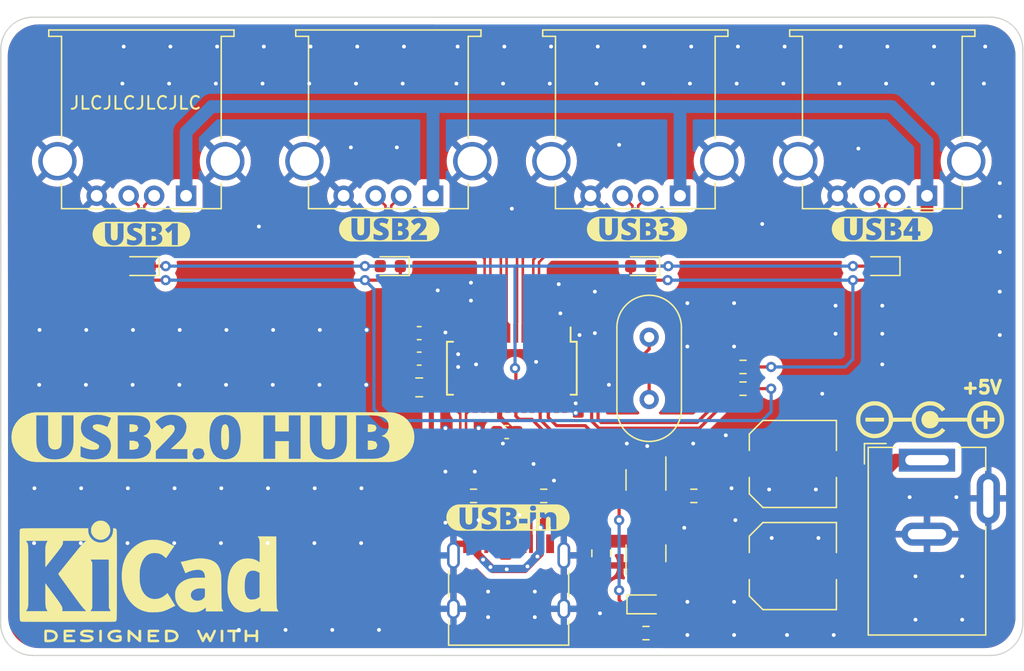
<source format=kicad_pcb>
(kicad_pcb (version 20221018) (generator pcbnew)
  (title_block (title "HUB_CH334U") (rev "v1.1"))
  (layers (0 "F.Cu" signal) (31 "B.Cu" signal) (34 "B.Paste" user) (35 "F.Paste" user) (36 "B.SilkS" user "B.Silkscreen") (37 "F.SilkS" user "F.Silkscreen") (38 "B.Mask" user) (39 "F.Mask" user) (44 "Edge.Cuts" user))
  (net 0 "")
  (net 1 "/VBUS_IN")
  (net 2 "GND")
  (net 3 "+5V")
  (net 4 "/3v3")
  (net 5 "VBUS")
  (net 6 "/LED4")
  (net 7 "Net-(D1-A)")
  (net 8 "Net-(J1-CC1)")
  (net 9 "/UP_D+")
  (net 10 "/UP_D-")
  (net 12 "Net-(J1-CC2)")
  (net 14 "/LED1")
  (net 15 "/LED2")
  (net 16 "Net-(U3-ISET)")
  (net 17 "Net-(U2-XO)")
  (net 18 "Net-(U2-XI)")
  (net 19 "/USB4_D-")
  (net 20 "/USB4_D+")
  (net 21 "/USB3_D-")
  (net 22 "/USB3_D+")
  (net 23 "/USB2_D-")
  (net 24 "/USB2_D+")
  (net 25 "/USB1_D-")
  (net 26 "/USB1_D+")
  (net 31 "/PWREN")
  (net 32 "/OVCUR")
  (net 34 "Net-(D2-A)")
  (net 35 "Net-(D4-A)")
  (footprint "Connector_USB:USB_A_Stewart_SS-52100-001_Horizontal" (layer "F.Cu") (at 172.5 93.99 180)
    (fp_text reference "J6" hide)
    (fp_text value "USB_A")
  )
  (footprint "Package_TO_SOT_SMD:SOT-23-6" (layer "F.Cu") (at 150.5 116.25 -90)
    (fp_text reference "U3" hide)
    (fp_text value "CH217K")
  )
  (footprint "Connector_USB:USB_A_Stewart_SS-52100-001_Horizontal" (layer "F.Cu") (at 133.833333 93.99 180)
    (fp_text reference "J4" hide)
    (fp_text value "USB_A")
  )
  (footprint "kibuzzard-64006489" (layer "F.Cu") (at 169 96.6)
    (fp_text reference "kibuzzard-64006489" hide)
    (fp_text value "G***" hide)
  )
  (footprint "LED_SMD:LED_0603_1608Metric" (layer "F.Cu") (at 168.9 99.5 180)
    (fp_text reference "D5" hide)
    (fp_text value "GREEN_4")
  )
  (footprint "Connector_USB:USB_C_Receptacle_HRO_TYPE-C-31-M-12" (layer "F.Cu") (at 139.75 125.295)
    (fp_text reference "J1" hide)
    (fp_text value "USB_C_Receptacle_USB2.0")
  )
  (footprint "Capacitor_SMD:C_0603_1608Metric" (layer "F.Cu") (at 132.75 106.75)
    (fp_text reference "C5" hide)
    (fp_text value "0.1uF")
  )
  (footprint "Resistor_SMD:R_0603_1608Metric" (layer "F.Cu") (at 142.5 117.5)
    (fp_text reference "R2" hide)
    (fp_text value "5.1k")
  )
  (footprint "kibuzzard-6400647B" (layer "F.Cu") (at 130.4 96.6)
    (fp_text reference "kibuzzard-6400647B" hide)
    (fp_text value "G***" hide)
  )
  (footprint "Connector_USB:USB_A_Stewart_SS-52100-001_Horizontal" (layer "F.Cu") (at 153.166666 93.99 180)
    (fp_text reference "J5" hide)
    (fp_text value "USB_A")
  )
  (footprint "LED_SMD:LED_0603_1608Metric" (layer "F.Cu") (at 150.5 126)
    (fp_text reference "D1" hide)
    (fp_text value "RED")
  )
  (footprint "kibuzzard-64006497" (layer "F.Cu") (at 139.7 119.2)
    (fp_text reference "kibuzzard-64006497" hide)
    (fp_text value "G***" hide)
  )
  (footprint "LED_SMD:LED_0603_1608Metric" (layer "F.Cu") (at 110.9 99.5 180)
    (fp_text reference "D2" hide)
    (fp_text value "GREEN_1")
  )
  (footprint "Resistor_SMD:R_0603_1608Metric" (layer "F.Cu") (at 158.1 107.4 180)
    (fp_text reference "R5" hide)
    (fp_text value "220")
  )
  (footprint "LED_SMD:LED_0603_1608Metric" (layer "F.Cu") (at 150.0875 99.5 180)
    (fp_text reference "D4" hide)
    (fp_text value "GREEN_3")
  )
  (footprint "Capacitor_SMD:C_0805_2012Metric" (layer "F.Cu") (at 132.75 109)
    (fp_text reference "C4" hide)
    (fp_text value "10uF")
  )
  (footprint "Capacitor_SMD:C_0603_1608Metric" (layer "F.Cu") (at 132.75 104.75)
    (fp_text reference "C3" hide)
    (fp_text value "1uF")
  )
  (footprint "Capacitor_SMD:C_0603_1608Metric" (layer "F.Cu") (at 139.6 112.5)
    (fp_text reference "C6" hide)
    (fp_text value "1uF")
  )
  (footprint "Capacitor_SMD:C_Elec_6.3x5.8" (layer "F.Cu") (at 162 123)
    (fp_text reference "C2" hide)
    (fp_text value "330uF")
  )
  (footprint "Resistor_SMD:R_0603_1608Metric" (layer "F.Cu") (at 158.1 109.1 180)
    (fp_text reference "R4" hide)
    (fp_text value "220")
  )
  (footprint "LOGO" (layer "F.Cu") (at 172.8 111.6)
    (fp_text reference "G***" hide)
    (fp_text value "LOGO" hide)
  )
  (footprint "kibuzzard-64006469" (layer "F.Cu") (at 111 97)
    (fp_text reference "kibuzzard-64006469" hide)
    (fp_text value "G***" hide)
  )
  (footprint "kibuzzard-640064AB" (layer "F.Cu") (at 116.6 112.9)
    (fp_text reference "kibuzzard-640064AB" hide)
    (fp_text value "G***" hide)
  )
  (footprint "Crystal:Crystal_HC49-4H_Vertical" (layer "F.Cu") (at 150.75 109.95 90)
    (fp_text reference "Y1" hide)
    (fp_text value "12MHz")
  )
  (footprint "Capacitor_SMD:C_Elec_6.3x5.8" (layer "F.Cu") (at 162 115)
    (fp_text reference "C7" hide)
    (fp_text value "330uF")
  )
  (footprint "Capacitor_SMD:C_0805_2012Metric" (layer "F.Cu") (at 147 122 -90)
    (fp_text reference "C1" hide)
    (fp_text value "10uF")
  )
  (footprint "Symbol:KiCad-Logo2_8mm_SilkScreen" (layer "F.Cu") (at 111.590107 123.376424)
    (fp_text reference "REF**" hide)
    (fp_text value "KiCad-Logo2_8mm_SilkScreen" hide)
  )
  (footprint "Connector_USB:USB_A_Stewart_SS-52100-001_Horizontal" (layer "F.Cu") (at 114.5 93.99 180)
    (fp_text reference "J3" hide)
    (fp_text value "USB_A")
  )
  (footprint "Connector_BarrelJack:BarrelJack_Wuerth_6941xx301002" (layer "F.Cu") (at 172.5 114.7)
    (fp_text reference "J2" hide)
    (fp_text value "Barrel_Jack_Switch")
  )
  (footprint "LED_SMD:LED_0603_1608Metric" (layer "F.Cu") (at 130.4875 99.5 180)
    (fp_text reference "D3" hide)
    (fp_text value "GREEN_2")
  )
  (footprint "Package_SO:SSOP-28_3.9x9.9mm_P0.635mm" (layer "F.Cu") (at 140 107.5 -90)
    (fp_text reference "U2" hide)
    (fp_text value "CH334U")
  )
  (footprint "kibuzzard-64006482" (layer "F.Cu") (at 149.8 96.6)
    (fp_text reference "kibuzzard-64006482" hide)
    (fp_text value "G***" hide)
  )
  (footprint "Resistor_SMD:R_0603_1608Metric" (layer "F.Cu") (at 154.25 117.5 180)
    (fp_text reference "R6" hide)
    (fp_text value "47k")
  )
  (footprint "Resistor_SMD:R_0603_1608Metric" (layer "F.Cu") (at 137 117.5 180)
    (fp_text reference "R1" hide)
    (fp_text value "5.1k")
  )
  (footprint "Resistor_SMD:R_0603_1608Metric" (layer "F.Cu") (at 150.5 128.25 180)
    (fp_text reference "R3" hide)
    (fp_text value "470")
  )
  (footprint "Package_TO_SOT_SMD:SOT-23" (layer "F.Cu") (at 150.5 122 90)
    (fp_text reference "U1" hide)
    (fp_text value "CH213K")
  )
  (gr_arc (start 180 127.5) (mid 179.267767 129.267767) (end 177.5 130) (stroke (width 0.1)) (layer "Edge.Cuts"))
  (gr_arc (start 100 82.5) (mid 100.732233 80.732233) (end 102.5 80) (stroke (width 0.1)) (layer "Edge.Cuts"))
  (gr_line (start 102.5 80) (end 177.5 80) (stroke (width 0.1)) (layer "Edge.Cuts"))
  (gr_line (start 177.5 130) (end 102.5 130) (stroke (width 0.1)) (layer "Edge.Cuts"))
  (gr_line (start 180 82.5) (end 180 127.5) (stroke (width 0.1)) (layer "Edge.Cuts"))
  (gr_line (start 99.9822 127.482233) (end 100 82.5) (stroke (width 0.1)) (layer "Edge.Cuts"))
  (gr_arc (start 102.5 130) (mid 100.719658 129.262565) (end 99.9822 127.482233) (stroke (width 0.1)) (layer "Edge.Cuts"))
  (gr_arc (start 177.5 80) (mid 179.267767 80.732233) (end 180 82.5) (stroke (width 0.1)) (layer "Edge.Cuts"))
  (gr_text "JLCJLCJLCJLC" (at 105.3 87.3) (layer "F.SilkS") (effects (font (size 1 1)) (justify left bottom)))
  (gr_text "+5V" (at 176.8 109) (layer "F.SilkS") (effects (font (size 1 1) (thickness 0.25))))
  (segment (start 146.5 119.25) (end 147 119.75) (width 1) (layer "F.Cu") (net 1))
  (segment (start 137.3 121.25) (end 137.3 122.038984) (width 0.6) (layer "F.Cu") (net 1))
  (segment (start 141 123.25) (end 141.5 122.75) (width 0.6) (layer "F.Cu") (net 1))
  (segment (start 139.6 123.25) (end 138.5 123.25) (width 0.6) (layer "F.Cu") (net 1))
  (segment (start 145.157538 113.8) (end 146.4 115.042462) (width 0.4) (layer "F.Cu") (net 1))
  (segment (start 139.065 111.365) (end 140.2 112.5) (width 0.4) (layer "F.Cu") (net 1))
  (segment (start 137.3 122.038984) (end 137.75 122.488984) (width 0.6) (layer "F.Cu") (net 1))
  (segment (start 147 121.05) (end 150.4875 121.05) (width 1) (layer "F.Cu") (net 1))
  (segment (start 140.2 112.5) (end 140.375 112.5) (width 0.4) (layer "F.Cu") (net 1))
  (segment (start 137.75 122.488984) (end 137.75 122.5) (width 0.4) (layer "F.Cu") (net 1))
  (segment (start 145 119.25) (end 146.5 119.25) (width 1) (layer "F.Cu") (net 1))
  (segment (start 139.6 123.25) (end 141 123.25) (width 0.6) (layer "F.Cu") (net 1))
  (segment (start 146.4 119.15) (end 146.5 119.25) (width 0.4) (layer "F.Cu") (net 1))
  (segment (start 139.0475 111.365) (end 139.065 111.365) (width 0.4) (layer "F.Cu") (net 1))
  (segment (start 138.5 123.25) (end 137.75 122.5) (width 0.6) (layer "F.Cu") (net 1))
  (segment (start 142.2 121.25) (end 142.2 120.05) (width 0.6) (layer "F.Cu") (net 1))
  (segment (start 146.4 115.042462) (end 146.4 119.15) (width 0.4) (layer "F.Cu") (net 1))
  (segment (start 139.0475 110.1) (end 139.0475 111.365) (width 0.4) (layer "F.Cu") (net 1))
  (segment (start 143 119.25) (end 145 119.25) (width 1) (layer "F.Cu") (net 1))
  (segment (start 150.4875 121.05) (end 150.5 121.0625) (width 1) (layer "F.Cu") (net 1))
  (segment (start 141.5 122.738984) (end 142.2 122.038984) (width 0.6) (layer "F.Cu") (net 1))
  (segment (start 147 119.75) (end 147 121.05) (width 1) (layer "F.Cu") (net 1))
  (segment (start 140.375 112.5) (end 141.6 112.5) (width 0.4) (layer "F.Cu") (net 1))
  (segment (start 142.2 122.038984) (end 142.2 121.25) (width 0.6) (layer "F.Cu") (net 1))
  (segment (start 142.9 113.8) (end 145.157538 113.8) (width 0.4) (layer "F.Cu") (net 1))
  (segment (start 141.6 112.5) (end 142.9 113.8) (width 0.4) (layer "F.Cu") (net 1))
  (segment (start 142.5 119.75) (end 143 119.25) (width 1) (layer "F.Cu") (net 1))
  (segment (start 142.2 120.05) (end 142.5 119.75) (width 0.6) (layer "F.Cu") (net 1))
  (via (at 142.25 120) (size 0.5) (drill 0.3) (layers "F.Cu" "B.Cu") (net 1))
  (via (at 139.6 123.25) (size 0.5) (drill 0.3) (layers "F.Cu" "B.Cu") (net 1))
  (via (at 137.75 122.5) (size 0.5) (drill 0.3) (layers "F.Cu" "B.Cu") (net 1))
  (via (at 138.325 123.075) (size 0.5) (drill 0.3) (layers "F.Cu" "B.Cu") (net 1))
  (via (at 142 122.25) (size 0.5) (drill 0.3) (layers "F.Cu" "B.Cu") (net 1))
  (via (at 141.225 123.025) (size 0.5) (drill 0.3) (layers "F.Cu" "B.Cu") (net 1))
  (segment (start 141.765 122.435) (end 141.765 122.332563) (width 0.6) (layer "B.Cu") (net 1))
  (segment (start 141.765 122.332563) (end 142.25 121.847563) (width 0.6) (layer "B.Cu") (net 1))
  (segment (start 138.401219 123.2) (end 141 123.2) (width 0.6) (layer "B.Cu") (net 1))
  (segment (start 137.735 122.533781) (end 138.401219 123.2) (width 0.6) (layer "B.Cu") (net 1))
  (segment (start 141 123.2) (end 141.765 122.435) (width 0.6) (layer "B.Cu") (net 1))
  (segment (start 142.25 121.847563) (end 142.25 120) (width 0.6) (layer "B.Cu") (net 1))
  (segment (start 144.5275 110.5275) (end 145 111) (width 0.25) (layer "F.Cu") (net 2))
  (segment (start 138.825 112.925) (end 139.3 113.4) (width 0.25) (layer "F.Cu") (net 2))
  (segment (start 138.825 112.625) (end 139.8 113.6) (width 0.5) (layer "F.Cu") (net 2))
  (segment (start 144.1275 103.5275) (end 143.8 103.2) (width 0.25) (layer "F.Cu") (net 2))
  (segment (start 131.8 104.925) (end 131.975 104.75) (width 0.25) (layer "F.Cu") (net 2))
  (segment (start 137.7 112.5) (end 137.4 112.2) (width 0.25) (layer "F.Cu") (net 2))
  (segment (start 144.1275 110.1) (end 144.1275 110.5275) (width 0.25) (layer "F.Cu") (net 2))
  (segment (start 144.1275 104.9) (end 145.3 104.9) (width 0.25) (layer "F.Cu") (net 2))
  (segment (start 144.1275 110.1) (end 144.85 110.1) (width 0.25) (layer "F.Cu") (net 2))
  (segment (start 144.85 110.1) (end 145 110.25) (width 0.25) (layer "F.Cu") (net 2))
  (segment (start 138.825 112.5) (end 138.825 112.625) (width 0.25) (layer "F.Cu") (net 2))
  (segment (start 138.825 112.5) (end 137.7 112.5) (width 0.25) (layer "F.Cu") (net 2))
  (segment (start 150.5 115.1125) (end 150.5 113.5) (width 0.25) (layer "F.Cu") (net 2))
  (segment (start 138.825 112.625) (end 138.825 112.925) (width 0.25) (layer "F.Cu") (net 2))
  (segment (start 137.1425 102.9425) (end 137 102.8) (width 0.25) (layer "F.Cu") (net 2))
  (segment (start 144.1275 110.5275) (end 144.5275 110.5275) (width 0.25) (layer "F.Cu") (net 2))
  (segment (start 137.1425 104.9) (end 137.1425 102.9425) (width 0.25) (layer "F.Cu") (net 2))
  (segment (start 143.325 117.5) (end 143.325 116.325) (width 0.25) (layer "F.Cu") (net 2))
  (segment (start 144.1275 104.9) (end 144.1275 103.5275) (width 0.25) (layer "F.Cu") (net 2))
  (segment (start 131.8 109) (end 131.8 104.925) (width 0.25) (layer "F.Cu") (net 2))
  (via (at 140 95) (size 0.5) (drill 0.3) (layers "F.Cu" "B.Cu") (net 2))
  (via (at 140.6 119) (size 0.5) (drill 0.3) (layers "F.Cu" "B.Cu") (net 2))
  (via (at 137.4 112.2) (size 0.5) (drill 0.3) (layers "F.Cu" "B.Cu") (net 2))
  (via (at 135.757148 82.3) (size 0.5) (drill 0.3) (layers "F.Cu" "B.Cu") (net 2))
  (via (at 154.2 113.4) (size 0.5) (drill 0.3) (layers "F.Cu" "B.Cu") (net 2))
  (via (at 134.8 119.6) (size 0.5) (drill 0.3) (layers "F.Cu" "B.Cu") (net 2))
  (via (at 124.942852 108.8) (size 0.5) (drill 0.3) (layers "F.Cu" "B.Cu") (net 2))
  (via (at 136.8 102.2) (size 0.5) (drill 0.3) (layers "F.Cu" "B.Cu") (net 2))
  (via (at 178.2 93) (size 0.5) (drill 0.3) (layers "F.Cu" "B.Cu") (net 2))
  (via (at 149 113.4) (size 0.5) (drill 0.3) (layers "F.Cu" "B.Cu") (net 2))
  (via (at 143.3 116.3) (size 0.5) (drill 0.3) (layers "F.Cu" "B.Cu") (net 2))
  (via (at 169 102.6) (size 0.5) (drill 0.3) (layers "F.Cu" "B.Cu") (net 2))
  (via (at 109.914284 121.2) (size 0.5) (drill 0.3) (layers "F.Cu" "B.Cu") (net 2))
  (via (at 138.142852 127) (size 0.5) (drill 0.3) (layers "F.Cu" "B.Cu") (net 2))
  (via (at 143.670935 100.916818) (size 0.5) (drill 0.3) (layers "F.Cu" "B.Cu") (net 2))
  (via (at 138.142852 125) (size 0.5) (drill 0.3) (layers "F.Cu" "B.Cu") (net 2))
  (via (at 106.657142 108.8) (size 0.5) (drill 0.3) (layers "F.Cu" "B.Cu") (net 2))
  (via (at 176.957148 85.2) (size 0.5) (drill 0.3) (layers "F.Cu" "B.Cu") (net 2))
  (via (at 124.571426 116.9) (size 0.5) (drill 0.3) (layers "F.Cu" "B.Cu") (net 2))
  (via (at 146.9 126.7) (size 0.5) (drill 0.3) (layers "F.Cu" "B.Cu") (net 2))
  (via (at 178.2 104.9) (size 0.5) (drill 0.3) (layers "F.Cu" "B.Cu") (net 2))
  (via (at 124.142858 85.2) (size 0.5) (drill 0.3) (layers "F.Cu" "B.Cu") (net 2))
  (via (at 137.4 119.4) (size 0.5) (drill 0.3) (layers "F.Cu" "B.Cu") (net 2))
  (via (at 164.3 109.5) (size 0.5) (drill 0.3) (layers "F.Cu" "B.Cu") (net 2))
  (via (at 131.557148 82.3) (size 0.5) (drill 0.3) (layers "F.Cu" "B.Cu") (net 2))
  (via (at 135.657148 85.2) (size 0.5) (drill 0.3) (layers "F.Cu" "B.Cu") (net 2))
  (via (at 146.628574 85.2) (size 0.5) (drill 0.3) (layers "F.Cu" "B.Cu") (net 2))
  (via (at 153.742852 125.8) (size 0.5) (drill 0.3) (layers "F.Cu" "B.Cu") (net 2))
  (via (at 146.5 101.5) (size 0.5) (drill 0.3) (layers "F.Cu" "B.Cu") (net 2))
  (via (at 124.971426 104.5) (size 0.5) (drill 0.3) (layers "F.Cu" "B.Cu") (net 2))
  (via (at 172.957148 85.2) (size 0.5) (drill 0.3) (layers "F.Cu" "B.Cu") (net 2))
  (via (at 116.928574 82.3) (size 0.5) (drill 0.3) (layers "F.Cu" "B.Cu") (net 2))
  (via (at 150.285716 85.2) (size 0.5) (drill 0.3) (layers "F.Cu" "B.Cu") (net 2))
  (via (at 157.5 119.4) (size 0.5) (drill 0.3) (layers "F.Cu" "B.Cu") (net 2))
  (via (at 134.8 115.6) (size 0.5) (drill 0.3) (layers "F.Cu" "B.Cu") (net 2))
  (via (at 157.2 116.9) (size 0.5) (drill 0.3) (layers "F.Cu" "B.Cu") (net 2))
  (via (at 117.628568 108.8) (size 0.5) (drill 0.3) (layers "F.Cu" "B.Cu") (net 2))
  (via (at 153.742852 128.4) (size 0.5) (drill 0.3) (layers "F.Cu" "B.Cu") (net 2))
  (via (at 117.257142 116.9) (size 0.5) (drill 0.3) (layers "F.Cu" "B.Cu") (net 2))
  (via (at 124.242858 82.3) (size 0.5) (drill 0.3) (layers "F.Cu" "B.Cu") (net 2))
  (via (at 127.4 90.2) (size 0.5) (drill 0.3) (layers "F.Cu" "B.Cu") (net 2))
  (via (at 127.9 82.3) (size 0.5) (drill 0.3) (layers "F.Cu" "B.Cu") (net 2))
  (via (at 106.685716 104.5) (size 0.5) (drill 0.3) (layers "F.Cu" "B.Cu") (net 2))
  (via (at 169.3 85.2) (size 0.5) (drill 0.3) (layers "F.Cu" "B.Cu") (net 2))
  (via (at 116.828574 85.2) (size 0.5) (drill 0.3) (layers "F.Cu" "B.Cu") (net 2))
  (via (at 165.742858 82.3) (size 0.5) (drill 0.3) (layers "F.Cu" "B.Cu") (net 2))
  (via (at 161.542852 128.4) (size 0.5) (drill 0.3) (layers "F.Cu" "B.Cu") (net 2))
  (via (at 157.4 125.8) (size 0.5) (drill 0.3) (layers "F.Cu" "B.Cu") (net 2))
  (via (at 103.028574 104.5) (size 0.5) (drill 0.3) (layers "F.Cu" "B.Cu") (net 2))
  (via (at 157.4 102.4) (size 0.5) (drill 0.3) (layers "F.Cu" "B.Cu") (net 2))
  (via (at 141.7 115) (size 0.5) (drill 0.3) (layers "F.Cu" "B.Cu") (net 2))
  (via (at 139.3 113.4) (size 0.5) (drill 0.3) (layers "F.Cu" "B.Cu") (net 2))
  (via (at 145 110.25) (size 0.5) (drill 0.3) (layers "F.Cu" "B.Cu") (net 2))
  (via (at 165.642858 85.2) (size 0.5) (drill 0.3) (layers "F.Cu" "B.Cu") (net 2))
  (via (at 175.257148 123.8) (size 0.5) (drill 0.3) (layers "F.Cu" "B.Cu") (net 2))
  (via (at 134.8 112.2) (size 0.5) (drill 0.3) (layers "F.Cu" "B.Cu") (net 2))
  (via (at 127.8 85.2) (size 0.5) (drill 0.3) (layers "F.Cu" "B.Cu") (net 2))
  (via (at 139.31429 85.2) (size 0.5) (drill 0.3) (layers "F.Cu" "B.Cu") (net 2))
  (via (at 165.342852 104.8) (size 0.5) (drill 0.3) (layers "F.Cu" "B.Cu") (net 2))
  (via (at 157.4 128.4) (size 0.5) (drill 0.3) (layers "F.Cu" "B.Cu") (net 2))
  (via (at 157.6 85.2) (size 0.5) (drill 0.3) (layers "F.Cu" "B.Cu") (net 2))
  (via (at 102.628574 116.9) (size 0.5) (drill 0.3) (layers "F.Cu" "B.Cu") (net 2))
  (via (at 169 104.8) (size 0.5) (drill 0.3) (layers "F.Cu" "B.Cu") (net 2))
  (via (at 159.6 96.2) (size 0.5) (drill 0.3) (layers "F.Cu" "B.Cu") (net 2))
  (via (at 141.8 125) (size 0.5) (drill 0.3) (layers "F.Cu" "B.Cu") (net 2))
  (via (at 128.6 108.8) (size 0.5) (drill 0.3) (layers "F.Cu" "B.Cu") (net 2))
  (via (at 106.257142 121.2) (size 0.5) (drill 0.3) (layers "F.Cu" "B.Cu") (net 2))
  (via (at 145 111) (size 0.5) (drill 0.3) (layers "F.Cu" "B.Cu") (net 2))
  (via (at 154.042858 82.3) (size 0.5) (drill 0.3) (layers "F.Cu" "B.Cu") (net 2))
  (via (at 157.4 105.8) (size 0.5) (drill 0.3) (layers "F.Cu" "B.Cu") (net 2))
  (via (at 169.4 82.3) (size 0.5) (drill 0.3) (layers "F.Cu" "B.Cu") (net 2))
  (via (at 131 90.2) (size 0.5) (drill 0.3) (layers "F.Cu" "B.Cu") (net 2))
  (via (at 110.314284 108.8) (size 0.5) (drill 0.3) (layers "F.Cu" "B.Cu") (net 2))
  (via (at 131.457148 85.2) (size 0.5) (drill 0.3) (layers "F.Cu" "B.Cu") (net 2))
  (via (at 141.9 107) (size 0.5) (drill 0.3) (layers "F.Cu" "B.Cu") (net 2))
  (via (at 160.342852 120.8) (size 0.5) (drill 0.3) (layers "F.Cu" "B.Cu") (net 2))
  (via (at 163.8 117) (size 0.5) (drill 0.3) (layers "F.Cu" "B.Cu") (net 2))
  (via (at 128.2 121.2) (size 0.5) (drill 0.3) (layers "F.Cu" "B.Cu") (net 2))
  (via (at 137.2 107.2) (size 0.5) (drill 0.3) (layers "F.Cu" "B.Cu") (net 2))
  (via (at 143.8 103.2) (size 0.5) (drill 0.3) (layers "F.Cu" "B.Cu") (net 2))
  (via (at 135.8 106.4) (size 0.5) (drill 0.3) (layers "F.Cu" "B.Cu") (net 2))
  (via (at 175.257148 127.2) (size 0.5) (drill 0.3) (layers "F.Cu" "B.Cu") (net 2))
  (via (at 146.728574 82.3) (size 0.5) (drill 0.3) (layers "F.Cu" "B.Cu") (net 2))
  (via (at 157.7 82.3) (size 0.5) (drill 0.3) (layers "F.Cu" "B.Cu") (net 2))
  (via (at 117.657142 104.5) (size 0.5) (drill 0.3) (layers "F.Cu" "B.Cu") (net 2))
  (via (at 113.971426 108.8) (size 0.5) (drill 0.3) (layers "F.Cu" "B.Cu") (net 2))
  (via (at 113.6 116.9) (size 0.5) (drill 0.3) (layers "F.Cu" "B.Cu") (net 2))
  (via (at 128.228574 116.9) (size 0.5) (drill 0.3) (layers "F.Cu" "B.Cu") (net 2))
  (via (at 171.6 127.2) (size 0.5) (drill 0.3) (layers "F.Cu" "B.Cu") (net 2))
  (via (at 153.5 120) (size 0.5) (drill 0.3) (layers "F.Cu" "B.Cu") (net 2))
  (via (at 110.342858 104.5) (size 0.5) (drill 0.3) (layers "F.Cu" "B.Cu") (net 2))
  (via (at 173.057148 82.3) (size 0.5) (drill 0.3) (layers "F.Cu" "B.Cu") (net 2))
  (via (at 113.171432 85.2) (size 0.5) (drill 0.3) (layers "F.Cu" "B.Cu") (net 2))
  (via (at 171.6 123.8) (size 0.5) (drill 0.3) (layers "F.Cu" "B.Cu") (net 2))
  (via (at 161.357148 82.3) (size 0.5) (drill 0.3) (layers "F.Cu" "B.Cu") (net 2))
  (via (at 153.942858 85.2) (size 0.5) (drill 0.3) (layers "F.Cu" "B.Cu") (net 2))
  (via (at 121.28571 108.8) (size 0.5) (drill 0.3) (layers "F.Cu" "B.Cu") (net 2))
  (via (at 122.28571 128) (size 0.5) (drill 0.3) (layers "F.Cu" "B.Cu") (net 2))
  (via (at 165.2 128.4) (size 0.5) (drill 0.3) (layers "F.Cu" "B.Cu") (net 2))
  (via (at 164 120.8) (size 0.5) (drill 0.3) (layers "F.Cu" "B.Cu") (net 2))
  (via (at 147.6 108.8) (size 0.5) (drill 0.3) (layers "F.Cu" "B.Cu") (net 2))
  (via (at 120.485716 85.2) (size 0.5) (drill 0.3) (layers "F.Cu" "B.Cu") (net 2))
  (via (at 174.8 117.6) (size 0.5) (drill 0.3) (layers "F.Cu" "B.Cu") (net 2))
  (via (at 153.742852 105.8) (size 0.5) (drill 0.3) (layers "F.Cu" "B.Cu") (net 2))
  (via (at 128.628574 104.5) (size 0.5) (drill 0.3) (layers "F.Cu" "B.Cu") (net 2))
  (via (at 178.2 101.5) (size 0.5) (drill 0.3) (layers "F.Cu" "B.Cu") (net 2))
  (via (at 146.5 104.75) (size 0.5) (drill 0.3) (layers "F.Cu" "B.Cu") (net 2))
  (via (at 165.342852 102.6) (size 0.5) (drill 0.3) (layers "F.Cu" "B.Cu") (net 2))
  (via (at 136.8 100.8) (size 0.5) (drill 0.3) (layers "F.Cu" "B.Cu") (net 2))
  (via (at 124.542852 121.2) (size 0.5) (drill 0.3) (layers "F.Cu" "B.Cu") (net 2))
  (via (at 120.914284 116.9) (size 0.5) (drill 0.3) (layers "F.Cu" "B.Cu") (net 2))
  (via (at 142.971432 85.2) (size 0.5) (drill 0.3) (layers "F.Cu" "B.Cu") (net 2))
  (via (at 156.75 112.75) (size 0.5) (drill 0.3) (layers "F.Cu" "B.Cu") (net 2))
  (via (at 113.271432 82.3) (size 0.5) (drill 0.3) (layers "F.Cu" "B.Cu") (net 2))
  (via (at 150.6 113.6) (size 0.5) (drill 0.3) (layers "F.Cu" "B.Cu") (net 2))
  (via (at 139.41429 82.3) (size 0.5) (drill 0.3) (layers "F.Cu" "B.Cu") (net 2))
  (via (at 134.2 101.4) (size 0.5) (drill 0.3) (layers "F.Cu" "B.Cu") (net 2))
  (via (at 114 104.5) (size 0.5) (drill 0.3) (layers "F.Cu" "B.Cu") (net 2))
  (via (at 129.6 128) (size 0.5) (drill 0.3) (layers "F.Cu" "B.Cu") (net 2))
  (via (at 141.8 127) (size 0.5) (drill 0.3) (layers "F.Cu" "B.Cu") (net 2))
  (via (at 143.071432 82.3) (size 0.5) (drill 0.3) (layers "F.Cu" "B.Cu") (net 2))
  (via (at 125.942852 128) (size 0.5) (drill 0.3) (layers "F.Cu" "B.Cu") (net 2))
  (via (at 177.057148 82.3) (size 0.5) (drill 0.3) (layers "F.Cu" "B.Cu") (net 2))
  (via (at 121.314284 104.5) (size 0.5) (drill 0.3) (layers "F.Cu" "B.Cu") (net 2))
  (via (at 109.51429 85.2) (size 0.5) (drill 0.3) (layers "F.Cu" "B.Cu") (net 2))
  (via (at 150.385716 82.3) (size 0.5) (drill 0.3) (layers "F.Cu" "B.Cu") (net 2))
  (via (at 109.61429 82.3) (size 0.5) (drill 0.3) (layers "F.Cu" "B.Cu") (net 2))
  (via (at 171.142852 117.6) (size 0.5) (drill 0.3) (layers "F.Cu" "B.Cu") (net 2))
  (via (at 109.942858 116.9) (size 0.5) (drill 0.3) (layers "F.Cu" "B.Cu") (net 2))
  (via (at 118.628568 128) (size 0.5) (drill 0.3) (layers "F.Cu" "B.Cu") (net 2))
  (via (at 102.6 121.2) (size 0.5) (drill 0.3) (layers "F.Cu" "B.Cu") (net 2))
  (via (at 134.8 104.7) (size 0.5) (drill 0.3) (layers "F.Cu" "B.Cu") (net 2))
  (via (at 135.8 107.4) (size 0.5) (drill 0.3) (layers "F.Cu" "B.Cu") (net 2))
  (via (at 148.4 90) (size 0.5) (drill 0.3) (layers "F.Cu" "B.Cu") (net 2))
  (via (at 103 108.8) (size 0.5) (drill 0.3) (layers "F.Cu" "B.Cu") (net 2))
  (via (at 160.142852 117) (size 0.5) (drill 0.3) (layers "F.Cu" "B.Cu") (net 2))
  (via (at 120.88571 121.2) (size 0.5) (drill 0.3) (layers "F.Cu" "B.Cu") (net 2))
  (via (at 117.228568 121.2) (size 0.5) (drill 0.3) (layers "F.Cu" "B.Cu") (net 2))
  (via (at 113.571426 121.2) (size 0.5) (drill 0.3) (layers "F.Cu" "B.Cu") (net 2))
  (via (at 178.2 98.4) (size 0.5) (drill 0.3) (layers "F.Cu" "B.Cu") (net 2))
  (via (at 178.2 95.6) (size 0.5) (drill 0.3) (layers "F.Cu" "B.Cu") (net 2))
  (via (at 120.2 96.4) (size 0.5) (drill 0.3) (layers "F.Cu" "B.Cu") (net 2))
  (via (at 145.3 104.9) (size 0.5) (drill 0.3) (layers "F.Cu" "B.Cu") (net 2))
  (via (at 153.742852 102.4) (size 0.5) (drill 0.3) (layers "F.Cu" "B.Cu") (net 2))
  (via (at 137.1 115.6) (size 0.5) (drill 0.3) (layers "F.Cu" "B.Cu") (net 2))
  (via (at 167.127077 90.29192) (size 0.5) (drill 0.3) (layers "F.Cu" "B.Cu") (net 2))
  (via (at 120.585716 82.3) (size 0.5) (drill 0.3) (layers "F.Cu" "B.Cu") (net 2))
  (via (at 106.285716 116.9) (size 0.5) (drill 0.3) (layers "F.Cu" "B.Cu") (net 2))
  (via (at 169 107.2) (size 0.5) (drill 0.3) (layers "F.Cu" "B.Cu") (net 2))
  (via (at 161.257148 85.2) (size 0.5) (drill 0.3) (layers "F.Cu" "B.Cu") (net 2))
  (segment (start 151.75 122.6375) (end 151.75 117.25) (width 1) (layer "F.Cu") (net 3))
  (segment (start 161.5 125.5) (end 166.25 125.5) (width 1) (layer "F.Cu") (net 3))
  (segment (start 158.9375 122.9375) (end 161.5 125.5) (width 1) (layer "F.Cu") (net 3))
  (segment (start 170.05 114.7) (end 172.5 114.7) (width 1) (layer "F.Cu") (net 3))
  (segment (start 168.75 116) (end 170.05 114.7) (width 1) (layer "F.Cu") (net 3))
  (segment (start 151.45 122.9375) (end 158.9375 122.9375) (width 1) (layer "F.Cu") (net 3))
  (segment (start 166.25 125.5) (end 168.75 123) (width 1) (layer "F.Cu") (net 3))
  (segment (start 168.75 123) (end 168.75 116) (width 1) (layer "F.Cu") (net 3))
  (segment (start 139 108.5) (end 139.6825 109.1825) (width 0.4) (layer "F.Cu") (net 4))
  (segment (start 133.7 109) (end 133.7 103.8) (width 0.4) (layer "F.Cu") (net 4))
  (segment (start 134.25 103.25) (end 136 103.25) (width 0.4) (layer "F.Cu") (net 4))
  (segment (start 136.5075 103.7575) (end 136.5075 104.9) (width 0.4) (layer "F.Cu") (net 4))
  (segment (start 133.7 109) (end 134.2 108.5) (width 0.4) (layer "F.Cu") (net 4))
  (segment (start 134.5 128.5) (end 149.75 128.5) (width 0.4) (layer "F.Cu") (net 4))
  (segment (start 136 103.25) (end 136.5075 103.7575) (width 0.4) (layer "F.Cu") (net 4))
  (segment (start 133.7 103.8) (end 134.25 103.25) (width 0.4) (layer "F.Cu") (net 4))
  (segment (start 133.7 109) (end 133.7 127.7) (width 0.4) (layer "F.Cu") (net 4))
  (segment (start 134.2 108.5) (end 139 108.5) (width 0.4) (layer "F.Cu") (net 4))
  (segment (start 133.7 127.7) (end 134.5 128.5) (width 0.4) (layer "F.Cu") (net 4))
  (segment (start 139.6825 109.1825) (end 139.6825 110.1) (width 0.4) (layer "F.Cu") (net 4))
  (segment (start 159.74375 115.1125) (end 162.60625 112.25) (width 1) (layer "F.Cu") (net 5))
  (segment (start 170.5 112.25) (end 172.5 110.25) (width 1) (layer "F.Cu") (net 5))
  (segment (start 159.35 115.1125) (end 159.4625 115) (width 0.25) (layer "F.Cu") (net 5))
  (segment (start 162.60625 112.25) (end 170.5 112.25) (width 1) (layer "F.Cu") (net 5))
  (segment (start 159.35 115.1125) (end 159.74375 115.1125) (width 1) (layer "F.Cu") (net 5))
  (segment (start 172.5 110.25) (end 172.5 93.99) (width 1) (layer "F.Cu") (net 5))
  (segment (start 151.8 115.1125) (end 159.35 115.1125) (width 1) (layer "F.Cu") (net 5))
  (segment (start 134 87) (end 116.5 87) (width 1) (layer "B.Cu") (net 5))
  (segment (start 153.25 87) (end 134 87) (width 1) (layer "B.Cu") (net 5))
  (segment (start 172.5 89.75) (end 169.75 87) (width 1) (layer "B.Cu") (net 5))
  (segment (start 114.5 89) (end 114.5 93.99) (width 1) (layer "B.Cu") (net 5))
  (segment (start 133.833333 87.166667) (end 134 87) (width 0.25) (layer "B.Cu") (net 5))
  (segment (start 116.5 87) (end 114.5 89) (width 1) (layer "B.Cu") (net 5))
  (segment (start 169.75 87) (end 153.25 87) (width 1) (layer "B.Cu") (net 5))
  (segment (start 172.5 93.99) (end 172.5 89.75) (width 1) (layer "B.Cu") (net 5))
  (segment (start 153.25 87) (end 153.166666 87.083334) (width 1) (layer "B.Cu") (net 5))
  (segment (start 133.833333 93.99) (end 133.833333 87.166667) (width 1) (layer "B.Cu") (net 5))
  (segment (start 153.166666 87.083334) (end 153.166666 93.99) (width 1) (layer "B.Cu") (net 5))
  (segment (start 145.2 113.1) (end 148.4 116.3) (width 0.25) (layer "F.Cu") (net 6))
  (segment (start 152.25 99.5) (end 150.875 99.5) (width 0.25) (layer "F.Cu") (net 6))
  (segment (start 140.25 107.5) (end 140.3175 107.5675) (width 0.25) (layer "F.Cu") (net 6))
  (segment (start 166.7 99.5) (end 168.1125 99.5) (width 0.25) (layer "F.Cu") (net 6))
  (segment (start 140.3175 110.25) (end 140.3175 111.25) (width 0.25) (layer "F.Cu") (net 6))
  (segment (start 141.563604 111.5) (end 143.163604 113.1) (width 0.25) (layer "F.Cu") (net 6))
  (segment (start 148.4 125.65) (end 148.75 126) (width 0.25) (layer "F.Cu") (net 6))
  (segment (start 140.5675 111.5) (end 141.563604 111.5) (width 0.25) (layer "F.Cu") (net 6))
  (segment (start 148.4 116.3) (end 148.4 119.4) (width 0.25) (layer "F.Cu") (net 6))
  (segment (start 128.5 99.5) (end 129.7 99.5) (width 0.25) (layer "F.Cu") (net 6))
  (segment (start 140.3175 111.25) (end 140.5675 111.5) (width 0.25) (layer "F.Cu") (net 6))
  (segment (start 148.75 126) (end 149.7125 126) (width 0.25) (layer "F.Cu") (net 6))
  (segment (start 143.163604 113.1) (end 145.2 113.1) (width 0.25) (layer "F.Cu") (net 6))
  (segment (start 140.3175 107.5675) (end 140.3175 110.1) (width 0.25) (layer "F.Cu") (net 6))
  (segment (start 112.9 99.5) (end 111.6875 99.5) (width 0.25) (layer "F.Cu") (net 6))
  (segment (start 148.4 124.9) (end 148.4 125.65) (width 0.25) (layer "F.Cu") (net 6))
  (via (at 166.7 99.5) (size 0.8) (drill 0.4) (layers "F.Cu" "B.Cu") (net 6))
  (via (at 148.4 124.9) (size 0.8) (drill 0.4) (layers "F.Cu" "B.Cu") (net 6))
  (via (at 128.5 99.5) (size 0.8) (drill 0.4) (layers "F.Cu" "B.Cu") (net 6))
  (via (at 148.4 119.4) (size 0.8) (drill 0.4) (layers "F.Cu" "B.Cu") (net 6))
  (via (at 112.9 99.5) (size 0.8) (drill 0.4) (layers "F.Cu" "B.Cu") (net 6))
  (via (at 140.25 107.5) (size 0.8) (drill 0.4) (layers "F.Cu" "B.Cu") (net 6))
  (via (at 152.25 99.5) (size 0.8) (drill 0.4) (layers "F.Cu" "B.Cu") (net 6))
  (segment (start 148.4 124.9) (end 148.4 119.4) (width 0.25) (layer "B.Cu") (net 6))
  (segment (start 128.5 99.5) (end 112.9 99.5) (width 0.25) (layer "B.Cu") (net 6))
  (segment (start 152.25 99.5) (end 140.25 99.5) (width 0.25) (layer "B.Cu") (net 6))
  (segment (start 140.25 99.5) (end 128.5 99.5) (width 0.25) (layer "B.Cu") (net 6))
  (segment (start 140.25 99.5) (end 140.25 107.5) (width 0.25) (layer "B.Cu") (net 6))
  (segment (start 152.25 99.5) (end 166.7 99.5) (width 0.25) (layer "B.Cu") (net 6))
  (segment (start 151.325 126.0375) (end 151.2875 126) (width 0.25) (layer "F.Cu") (net 7))
  (segment (start 151.325 128.25) (end 151.325 126.0375) (width 0.25) (layer "F.Cu") (net 7))
  (segment (start 138.5 118.175) (end 137.825 117.5) (width 0.25) (layer "F.Cu") (net 8))
  (segment (start 138.5 121.25) (end 138.5 118.175) (width 0.25) (layer "F.Cu") (net 8))
  (segment (start 140.4 120) (end 139.475 120) (width 0.2) (layer "F.Cu") (net 9))
  (segment (start 136.415 111.092501) (end 136.5075 111.000001) (width 0.2) (layer "F.Cu") (net 9))
  (segment (start 136.5075 111.000001) (end 136.5075 110.1) (width 0.2) (layer "F.Cu") (net 9))
  (segment (start 139.475 114.875) (end 138.375 113.775) (width 0.2) (layer "F.Cu") (net 9))
  (segment (start 140.5 121.25) (end 140.5 120.1) (width 0.2) (layer "F.Cu") (net 9))
  (segment (start 139.475 120.137499) (end 139.475 120) (width 0.2) (layer "F.Cu") (net 9))
  (segment (start 138.375 113.775) (end 136.8432 113.775) (width 0.2) (layer "F.Cu") (net 9))
  (segment (start 139.5 121.25) (end 139.5 120.162499) (width 0.2) (layer "F.Cu") (net 9))
  (segment (start 139.5 120.162499) (end 139.475 120.137499) (width 0.2) (layer "F.Cu") (net 9))
  (segment (start 136.8432 113.775) (end 136.415 113.3468) (width 0.2) (layer "F.Cu") (net 9))
  (segment (start 136.415 113.3468) (end 136.415 111.092501) (width 0.2) (layer "F.Cu") (net 9))
  (segment (start 139.475 120) (end 139.475 114.875) (width 0.2) (layer "F.Cu") (net 9))
  (segment (start 140.5 120.1) (end 140.4 120) (width 0.2) (layer "F.Cu") (net 9))
  (segment (start 139 121.25) (end 139 120.162499) (width 0.2) (layer "F.Cu") (net 10))
  (segment (start 139.2 122.4) (end 139.825 122.4) (width 0.2) (layer "F.Cu") (net 10))
  (segment (start 139 121.25) (end 139 122.2) (width 0.2) (layer "F.Cu") (net 10))
  (segment (start 139.025 115.025) (end 138.225 114.225) (width 0.2) (layer "F.Cu") (net 10))
  (segment (start 139.025 120.137499) (end 139.025 115.025) (width 0.2) (layer "F.Cu") (net 10))
  (segment (start 135.965 113.5332) (end 135.965 111.092501) (width 0.2) (layer "F.Cu") (net 10))
  (segment (start 139 120.162499) (end 139.025 120.137499) (width 0.2) (layer "F.Cu") (net 10))
  (segment (start 140 122.225) (end 140 121.25) (width 0.2) (layer "F.Cu") (net 10))
  (segment (start 139 122.2) (end 139.2 122.4) (width 0.2) (layer "F.Cu") (net 10))
  (segment (start 139.825 122.4) (end 140 122.225) (width 0.2) (layer "F.Cu") (net 10))
  (segment (start 136.6568 114.225) (end 135.965 113.5332) (width 0.2) (layer "F.Cu") (net 10))
  (segment (start 135.965 111.092501) (end 135.8725 111.000001) (width 0.2) (layer "F.Cu") (net 10))
  (segment (start 135.8725 111.000001) (end 135.8725 110.1) (width 0.2) (layer "F.Cu") (net 10))
  (segment (start 138.225 114.225) (end 136.6568 114.225) (width 0.2) (layer "F.Cu") (net 10))
  (segment (start 141.5 121.25) (end 141.5 117.675) (width 0.25) (layer "F.Cu") (net 12))
  (segment (start 141.5 117.675) (end 141.675 117.5) (width 0.25) (layer "F.Cu") (net 12))
  (segment (start 141.5 108.25) (end 140.9525 108.7975) (width 0.25) (layer "F.Cu") (net 14))
  (segment (start 147 111.75) (end 146.75 111.5) (width 0.25) (layer "F.Cu") (net 14))
  (segment (start 140.9525 108.7975) (end 140.9525 110.1) (width 0.25) (layer "F.Cu") (net 14))
  (segment (start 157.275 107.4) (end 156.425 107.4) (width 0.25) (layer "F.Cu") (net 14))
  (segment (start 156.425 107.4) (end 155.5 108.325) (width 0.25) (layer "F.Cu") (net 14))
  (segment (start 145.25 108.25) (end 141.5 108.25) (width 0.25) (layer "F.Cu") (net 14))
  (segment (start 146.75 111.5) (end 146.75 109.75) (width 0.25) (layer "F.Cu") (net 14))
  (segment (start 155.5 108.325) (end 155.5 110.75) (width 0.25) (layer "F.Cu") (net 14))
  (segment (start 146.75 109.75) (end 145.25 108.25) (width 0.25) (layer "F.Cu") (net 14))
  (segment (start 154.5 111.75) (end 147 111.75) (width 0.25) (layer "F.Cu") (net 14))
  (segment (start 155.5 110.75) (end 154.5 111.75) (width 0.25) (layer "F.Cu") (net 14))
  (segment (start 145.113604 108.75) (end 146.25 109.886396) (width 0.25) (layer "F.Cu") (net 15))
  (segment (start 141.5875 109.1625) (end 142 108.75) (width 0.25) (layer "F.Cu") (net 15))
  (segment (start 146.813604 112.2) (end 154.686396 112.2) (width 0.25) (layer "F.Cu") (net 15))
  (segment (start 146.25 111.636396) (end 146.813604 112.2) (width 0.25) (layer "F.Cu") (net 15))
  (segment (start 156.25 110.636396) (end 156.25 109.5) (width 0.25) (layer "F.Cu") (net 15))
  (segment (start 146.25 109.886396) (end 146.25 111.636396) (width 0.25) (layer "F.Cu") (net 15))
  (segment (start 142 108.75) (end 145.113604 108.75) (width 0.25) (layer "F.Cu") (net 15))
  (segment (start 156.25 109.5) (end 156.65 109.1) (width 0.25) (layer "F.Cu") (net 15))
  (segment (start 154.686396 112.2) (end 156.25 110.636396) (width 0.25) (layer "F.Cu") (net 15))
  (segment (start 156.65 109.1) (end 157.15 109.1) (width 0.25) (layer "F.Cu") (net 15))
  (segment (start 141.5875 110.1) (end 141.5875 109.1625) (width 0.25) (layer "F.Cu") (net 15))
  (segment (start 153.425 116.425) (end 153.425 117.5) (width 0.25) (layer "F.Cu") (net 16))
  (segment (start 150.5 117.3875) (end 150.5 116.5) (width 0.25) (layer "F.Cu") (net 16))
  (segment (start 153.25 116.25) (end 153.425 116.425) (width 0.25) (layer "F.Cu") (net 16))
  (segment (start 150.5 116.5) (end 150.75 116.25) (width 0.25) (layer "F.Cu") (net 16))
  (segment (start 150.75 116.25) (end 153.25 116.25) (width 0.25) (layer "F.Cu") (net 16))
  (segment (start 144 106.5) (end 150.25 106.5) (width 0.25) (layer "F.Cu") (net 17))
  (segment (start 143.4925 104.9) (end 143.4925 105.9925) (width 0.25) (layer "F.Cu") (net 17))
  (segment (start 143.4925 105.9925) (end 144 106.5) (width 0.25) (layer "F.Cu") (net 17))
  (segment (start 150.25 106.5) (end 150.75 106) (width 0.25) (layer "F.Cu") (net 17))
  (segment (start 150.75 106) (end 150.75 105.07) (width 0.25) (layer "F.Cu") (net 17))
  (segment (start 150.75 107.75) (end 150.75 109.95) (width 0.25) (layer "F.Cu") (net 18))
  (segment (start 142.8575 106.1075) (end 144 107.25) (width 0.25) (layer "F.Cu") (net 18))
  (segment (start 150.25 107.25) (end 150.75 107.75) (width 0.25) (layer "F.Cu") (net 18))
  (segment (start 142.8575 104.9) (end 142.8575 106.1075) (width 0.25) (layer "F.Cu") (net 18))
  (segment (start 144 107.25) (end 150.25 107.25) (width 0.25) (layer "F.Cu") (net 18))
  (segment (start 142.13 99.1882) (end 142.13 103.907499) (width 0.2) (layer "F.Cu") (net 19))
  (segment (start 142.2225 103.999999) (end 142.2225 104.9) (width 0.2) (layer "F.Cu") (net 19))
  (segment (start 170 93.99) (end 169.225 94.765) (width 0.2) (layer "F.Cu") (net 19))
  (segment (start 142.13 103.907499) (end 142.2225 103.999999) (width 0.2) (layer "F.Cu") (net 19))
  (segment (start 169.225 97.0932) (end 167.8432 98.475) (width 0.2) (layer "F.Cu") (net 19))
  (segment (start 142.8432 98.475) (end 142.13 99.1882) (width 0.2) (layer "F.Cu") (net 19))
  (segment (start 169.225 94.765) (end 169.225 97.0932) (width 0.2) (layer "F.Cu") (net 19))
  (segment (start 167.8432 98.475) (end 142.8432 98.475) (width 0.2) (layer "F.Cu") (net 19))
  (segment (start 141.68 103.907499) (end 141.5875 103.999999) (width 0.2) (layer "F.Cu") (net 20))
  (segment (start 141.68 99.0018) (end 141.68 103.907499) (width 0.2) (layer "F.Cu") (net 20))
  (segment (start 142.6568 98.025) (end 141.68 99.0018) (width 0.2) (layer "F.Cu") (net 20))
  (segment (start 168.775 94.765) (end 168.775 96.9068) (width 0.2) (layer "F.Cu") (net 20))
  (segment (start 141.5875 103.999999) (end 141.5875 104.9) (width 0.2) (layer "F.Cu") (net 20))
  (segment (start 168.775 96.9068) (end 167.6568 98.025) (width 0.2) (layer "F.Cu") (net 20))
  (segment (start 167.6568 98.025) (end 142.6568 98.025) (width 0.2) (layer "F.Cu") (net 20))
  (segment (start 168 93.99) (end 168.775 94.765) (width 0.2) (layer "F.Cu") (net 20))
  (segment (start 150.666666 93.99) (end 149.891666 94.765) (width 0.2) (layer "F.Cu") (net 21))
  (segment (start 140.86 97.7082) (end 140.86 103.907499) (width 0.2) (layer "F.Cu") (net 21))
  (segment (start 149.891666 94.765) (end 149.891666 96.426534) (width 0.2) (layer "F.Cu") (net 21))
  (segment (start 149.0932 97.225) (end 141.3432 97.225) (width 0.2) (layer "F.Cu") (net 21))
  (segment (start 141.3432 97.225) (end 140.86 97.7082) (width 0.2) (layer "F.Cu") (net 21))
  (segment (start 140.86 103.907499) (end 140.9525 103.999999) (width 0.2) (layer "F.Cu") (net 21))
  (segment (start 140.9525 103.999999) (end 140.9525 104.9) (width 0.2) (layer "F.Cu") (net 21))
  (segment (start 149.891666 96.426534) (end 149.0932 97.225) (width 0.2) (layer "F.Cu") (net 21))
  (segment (start 149.441666 94.765) (end 149.441666 96.240134) (width 0.2) (layer "F.Cu") (net 22))
  (segment (start 149.441666 96.240134) (end 148.9068 96.775) (width 0.2) (layer "F.Cu") (net 22))
  (segment (start 140.3175 103.999999) (end 140.3175 104.9) (width 0.2) (layer "F.Cu") (net 22))
  (segment (start 141.1568 96.775) (end 140.41 97.5218) (width 0.2) (layer "F.Cu") (net 22))
  (segment (start 148.666666 93.99) (end 149.441666 94.765) (width 0.2) (layer "F.Cu") (net 22))
  (segment (start 140.41 97.5218) (end 140.41 103.907499) (width 0.2) (layer "F.Cu") (net 22))
  (segment (start 148.9068 96.775) (end 141.1568 96.775) (width 0.2) (layer "F.Cu") (net 22))
  (segment (start 140.41 103.907499) (end 140.3175 103.999999) (width 0.2) (layer "F.Cu") (net 22))
  (segment (start 130.558333 94.765) (end 130.558333 95.990133) (width 0.2) (layer "F.Cu") (net 23))
  (segment (start 131.3432 96.775) (end 138.8432 96.775) (width 0.2) (layer "F.Cu") (net 23))
  (segment (start 130.558333 95.990133) (end 131.3432 96.775) (width 0.2) (layer "F.Cu") (net 23))
  (segment (start 139.6825 103.999999) (end 139.6825 104.9) (width 0.2) (layer "F.Cu") (net 23))
  (segment (start 131.333333 93.99) (end 130.558333 94.765) (width 0.2) (layer "F.Cu") (net 23))
  (segment (start 139.59 103.907499) (end 139.6825 103.999999) (width 0.2) (layer "F.Cu") (net 23))
  (segment (start 139.59 97.5218) (end 139.59 103.907499) (width 0.2) (layer "F.Cu") (net 23))
  (segment (start 138.8432 96.775) (end 139.59 97.5218) (width 0.2) (layer "F.Cu") (net 23))
  (segment (start 139.14 103.907499) (end 139.0475 103.999999) (width 0.2) (layer "F.Cu") (net 24))
  (segment (start 138.6568 97.225) (end 139.14 97.7082) (width 0.2) (layer "F.Cu") (net 24))
  (segment (start 139.0475 103.999999) (end 139.0475 104.9) (width 0.2) (layer "F.Cu") (net 24))
  (segment (start 131.1568 97.225) (end 138.6568 97.225) (width 0.2) (layer "F.Cu") (net 24))
  (segment (start 129.333333 93.99) (end 130.108333 94.765) (width 0.2) (layer "F.Cu") (net 24))
  (segment (start 130.108333 96.176533) (end 131.1568 97.225) (width 0.2) (layer "F.Cu") (net 24))
  (segment (start 139.14 97.7082) (end 139.14 103.907499) (width 0.2) (layer "F.Cu") (net 24))
  (segment (start 130.108333 94.765) (end 130.108333 96.176533) (width 0.2) (layer "F.Cu") (net 24))
  (segment (start 138.32 98.7518) (end 138.32 103.907499) (width 0.2) (layer "F.Cu") (net 25))
  (segment (start 112.3432 98.025) (end 137.5932 98.025) (width 0.2) (layer "F.Cu") (net 25))
  (segment (start 112 93.99) (end 111.225 94.765) (width 0.2) (layer "F.Cu") (net 25))
  (segment (start 111.225 94.765) (end 111.225 96.9068) (width 0.2) (layer "F.Cu") (net 25))
  (segment (start 137.5932 98.025) (end 138.32 98.7518) (width 0.2) (layer "F.Cu") (net 25))
  (segment (start 138.4125 103.999999) (end 138.4125 104.9) (width 0.2) (layer "F.Cu") (net 25))
  (segment (start 111.225 96.9068) (end 112.3432 98.025) (width 0.2) (layer "F.Cu") (net 25))
  (segment (start 138.32 103.907499) (end 138.4125 103.999999) (width 0.2) (layer "F.Cu") (net 25))
  (segment (start 137.87 103.907499) (end 137.7775 103.999999) (width 0.2) (layer "F.Cu") (net 26))
  (segment (start 137.87 98.9382) (end 137.87 103.907499) (width 0.2) (layer "F.Cu") (net 26))
  (segment (start 110 93.99) (end 110.775 94.765) (width 0.2) (layer "F.Cu") (net 26))
  (segment (start 110.775 94.765) (end 110.775 97.0932) (width 0.2) (layer "F.Cu") (net 26))
  (segment (start 137.7775 103.999999) (end 137.7775 104.9) (width 0.2) (layer "F.Cu") (net 26))
  (segment (start 110.775 97.0932) (end 112.1568 98.475) (width 0.2) (layer "F.Cu") (net 26))
  (segment (start 112.1568 98.475) (end 137.4068 98.475) (width 0.2) (layer "F.Cu") (net 26))
  (segment (start 137.4068 98.475) (end 137.87 98.9382) (width 0.2) (layer "F.Cu") (net 26))
  (segment (start 145.475 112.475) (end 149.55 116.55) (width 0.25) (layer "F.Cu") (net 31))
  (segment (start 143.175 112.475) (end 145.475 112.475) (width 0.25) (layer "F.Cu") (net 31))
  (segment (start 142.2225 110.1) (end 142.2225 111.5225) (width 0.25) (layer "F.Cu") (net 31))
  (segment (start 142.2225 111.5225) (end 143.175 112.475) (width 0.25) (layer "F.Cu") (net 31))
  (segment (start 149.55 116.55) (end 149.55 117.3875) (width 0.25) (layer "F.Cu") (net 31))
  (segment (start 142.8575 110.1) (end 142.8575 111.3575) (width 0.25) (layer "F.Cu") (net 32))
  (segment (start 148.8625 115.1125) (end 149.55 115.1125) (width 0.25) (layer "F.Cu") (net 32))
  (segment (start 145.75 112) (end 148.8625 115.1125) (width 0.25) (layer "F.Cu") (net 32))
  (segment (start 143.5 112) (end 145.75 112) (width 0.25) (layer "F.Cu") (net 32))
  (segment (start 142.8575 111.3575) (end 143.5 112) (width 0.25) (layer "F.Cu") (net 32))
  (segment (start 128.5 100.6) (end 131 100.6) (width 0.25) (layer "F.Cu") (net 34))
  (segment (start 110.1125 99.5) (end 110.1125 100.3125) (width 0.25) (layer "F.Cu") (net 34))
  (segment (start 160.3 109.1) (end 158.925 109.1) (width 0.25) (layer "F.Cu") (net 34))
  (segment (start 131.275 100.325) (end 131.275 99.5) (width 0.25) (layer "F.Cu") (net 34))
  (segment (start 110.1125 100.3125) (end 110.4 100.6) (width 0.25) (layer "F.Cu") (net 34))
  (segment (start 131 100.6) (end 131.275 100.325) (width 0.25) (layer "F.Cu") (net 34))
  (segment (start 110.4 100.6) (end 112.9 100.6) (width 0.25) (layer "F.Cu") (net 34))
  (via (at 160.3 109.1) (size 0.8) (drill 0.4) (layers "F.Cu" "B.Cu") (net 34))
  (via (at 112.9 100.6) (size 0.8) (drill 0.4) (layers "F.Cu" "B.Cu") (net 34))
  (via (at 128.5 100.6) (size 0.8) (drill 0.4) (layers "F.Cu" "B.Cu") (net 34))
  (segment (start 129.203574 110.703574) (end 130.1 111.6) (width 0.25) (layer "B.Cu") (net 34))
  (segment (start 128.5 100.6) (end 129.203574 101.303574) (width 0.25) (layer "B.Cu") (net 34))
  (segment (start 129.203574 101.303574) (end 129.203574 110.703574) (width 0.25) (layer "B.Cu") (net 34))
  (segment (start 130.1 111.6) (end 159.6 111.6) (width 0.25) (layer "B.Cu") (net 34))
  (segment (start 160.3 110.9) (end 160.3 109.1) (width 0.25) (layer "B.Cu") (net 34))
  (segment (start 159.6 111.6) (end 160.3 110.9) (width 0.25) (layer "B.Cu") (net 34))
  (segment (start 112.9 100.6) (end 128.5 100.6) (width 0.25) (layer "B.Cu") (net 34))
  (segment (start 149.3 100.3) (end 149.6 100.6) (width 0.25) (layer "F.Cu") (net 35))
  (segment (start 169.2 100.6) (end 169.6875 100.1125) (width 0.25) (layer "F.Cu") (net 35))
  (segment (start 149.6 100.6) (end 152.2 100.6) (width 0.25) (layer "F.Cu") (net 35))
  (segment (start 149.3 99.5) (end 149.3 100.3) (width 0.25) (layer "F.Cu") (net 35))
  (segment (start 166.7 100.6) (end 169.2 100.6) (width 0.25) (layer "F.Cu") (net 35))
  (segment (start 169.6875 100.1125) (end 169.6875 99.5) (width 0.25) (layer "F.Cu") (net 35))
  (segment (start 158.925 107.4) (end 160.3 107.4) (width 0.25) (layer "F.Cu") (net 35))
  (via (at 152.2 100.6) (size 0.8) (drill 0.4) (layers "F.Cu" "B.Cu") (net 35))
  (via (at 160.3 107.4) (size 0.8) (drill 0.4) (layers "F.Cu" "B.Cu") (net 35))
  (via (at 166.7 100.6) (size 0.8) (drill 0.4) (layers "F.Cu" "B.Cu") (net 35))
  (segment (start 166.7 106.8) (end 166.7 100.6) (width 0.25) (layer "B.Cu") (net 35))
  (segment (start 166.1 107.4) (end 166.7 106.8) (width 0.25) (layer "B.Cu") (net 35))
  (segment (start 160.3 107.4) (end 166.1 107.4) (width 0.25) (layer "B.Cu") (net 35))
  (segment (start 152.2 100.6) (end 166.7 100.6) (width 0.25) (layer "B.Cu") (net 35))
  (zone (net 2) (net_name "GND") (layer "F.Cu") (connect_pads (clearance 0.5)) (min_thickness 0.25) (fill yes (thermal_gap 0.5) (thermal_bridge_width 0.5))
    (polygon (pts (xy 102.2 80.1) (xy 177.7 80.1) (xy 179.95 82.1) (xy 179.95 127.6) (xy 177.45 130.1) (xy 102.45 130.1) (xy 99.95 127.35) (xy 99.95 82.35)))
  )
  (zone (net 2) (net_name "GND") (layer "B.Cu") (connect_pads (clearance 0.5)) (min_thickness 0.25) (fill yes (thermal_gap 0.5) (thermal_bridge_width 0.5))
    (polygon (pts (xy 102.35 80) (xy 177.85 80) (xy 180.1 82) (xy 180.1 127.5) (xy 177.6 130) (xy 102.6 130) (xy 100.1 127.25) (xy 100.1 82.25)))
  )
)
</source>
